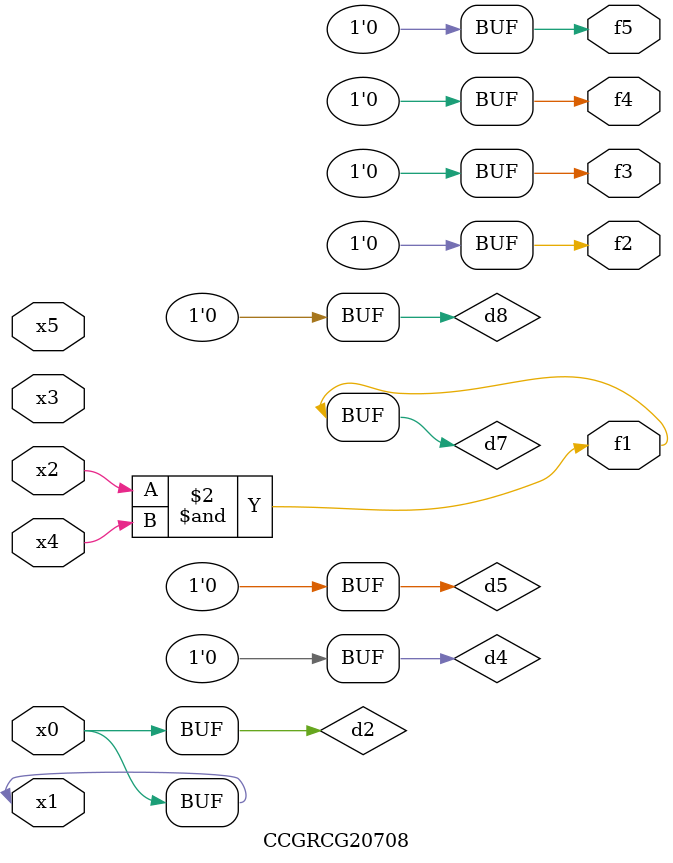
<source format=v>
module CCGRCG20708(
	input x0, x1, x2, x3, x4, x5,
	output f1, f2, f3, f4, f5
);

	wire d1, d2, d3, d4, d5, d6, d7, d8, d9;

	nand (d1, x1);
	buf (d2, x0, x1);
	nand (d3, x2, x4);
	and (d4, d1, d2);
	and (d5, d1, d2);
	nand (d6, d1, d3);
	not (d7, d3);
	xor (d8, d5);
	nor (d9, d5, d6);
	assign f1 = d7;
	assign f2 = d8;
	assign f3 = d8;
	assign f4 = d8;
	assign f5 = d8;
endmodule

</source>
